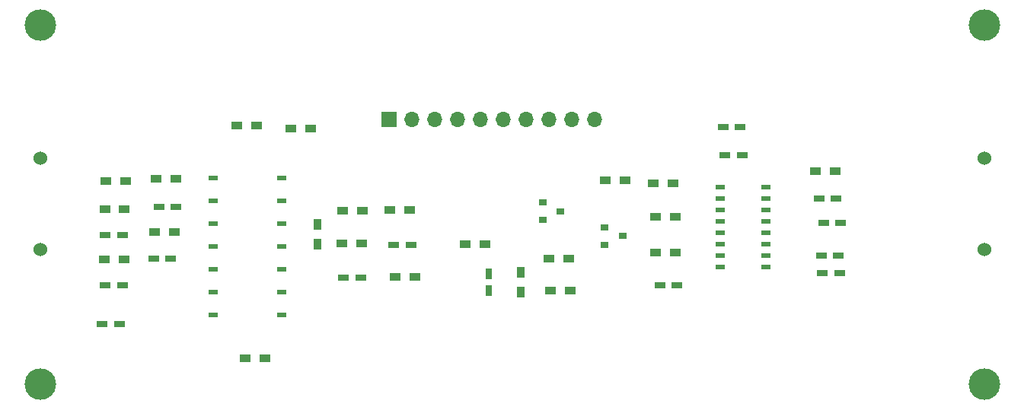
<source format=gbr>
G04 #@! TF.FileFunction,Soldermask,Top*
%FSLAX46Y46*%
G04 Gerber Fmt 4.6, Leading zero omitted, Abs format (unit mm)*
G04 Created by KiCad (PCBNEW 4.0.7) date Sunday, December 31, 2017 'PMt' 04:52:57 PM*
%MOMM*%
%LPD*%
G01*
G04 APERTURE LIST*
%ADD10C,0.100000*%
%ADD11R,1.100000X0.500000*%
%ADD12R,1.200000X0.750000*%
%ADD13R,0.750000X1.200000*%
%ADD14R,1.700000X1.700000*%
%ADD15O,1.700000X1.700000*%
%ADD16C,1.524000*%
%ADD17R,0.900000X0.800000*%
%ADD18R,1.200000X0.900000*%
%ADD19R,0.900000X1.200000*%
%ADD20C,3.500000*%
G04 APERTURE END LIST*
D10*
D11*
X155712160Y-121937780D03*
X155712160Y-120667780D03*
X155712160Y-119397780D03*
X155712160Y-118127780D03*
X155712160Y-116857780D03*
X155712160Y-115587780D03*
X155712160Y-114317780D03*
X155712160Y-113047780D03*
X150632160Y-113047780D03*
X150632160Y-114317780D03*
X150632160Y-115587780D03*
X150632160Y-116857780D03*
X150632160Y-118127780D03*
X150632160Y-119397780D03*
X150632160Y-120667780D03*
X150632160Y-121937780D03*
X94213680Y-112016540D03*
X94213680Y-114556540D03*
X94213680Y-117096540D03*
X94213680Y-119636540D03*
X94213680Y-122176540D03*
X94213680Y-124716540D03*
X94213680Y-127256540D03*
X101833680Y-127256540D03*
X101833680Y-124716540D03*
X101833680Y-122176540D03*
X101833680Y-119636540D03*
X101833680Y-117096540D03*
X101833680Y-114556540D03*
X101833680Y-112016540D03*
D12*
X88231940Y-115272820D03*
X90131940Y-115272820D03*
D13*
X124924820Y-124559060D03*
X124924820Y-122659060D03*
D12*
X83820000Y-128270000D03*
X81920000Y-128270000D03*
X143929020Y-123916440D03*
X145829020Y-123916440D03*
X162011280Y-122618500D03*
X163911280Y-122618500D03*
X82234960Y-118381780D03*
X84134960Y-118381780D03*
X82234960Y-123926600D03*
X84134960Y-123926600D03*
X87642620Y-120970040D03*
X89542620Y-120970040D03*
X108742400Y-123088400D03*
X110642400Y-123088400D03*
X114322820Y-119425720D03*
X116222820Y-119425720D03*
X162143360Y-116984780D03*
X164043360Y-116984780D03*
X161622660Y-114289840D03*
X163522660Y-114289840D03*
X161858880Y-120652540D03*
X163758880Y-120652540D03*
X150972520Y-106301540D03*
X152872520Y-106301540D03*
X151160400Y-109461300D03*
X153060400Y-109461300D03*
D14*
X113760000Y-105500000D03*
D15*
X116300000Y-105500000D03*
X118840000Y-105500000D03*
X121380000Y-105500000D03*
X123920000Y-105500000D03*
X126460000Y-105500000D03*
X129000000Y-105500000D03*
X131540000Y-105500000D03*
X134080000Y-105500000D03*
X136620000Y-105500000D03*
D16*
X75000000Y-120000000D03*
X75000000Y-109840000D03*
X180000000Y-120000000D03*
X180000000Y-109840000D03*
D17*
X137766040Y-117525760D03*
X137766040Y-119425760D03*
X139766040Y-118475760D03*
X130867400Y-114757160D03*
X130867400Y-116657160D03*
X132867400Y-115707160D03*
D18*
X84378800Y-115455700D03*
X82178800Y-115455700D03*
X133957060Y-124503180D03*
X131757060Y-124503180D03*
D19*
X128450340Y-124706560D03*
X128450340Y-122506560D03*
D18*
X87921740Y-112100360D03*
X90121740Y-112100360D03*
X137875920Y-112257840D03*
X140075920Y-112257840D03*
X82270160Y-112341660D03*
X84470160Y-112341660D03*
X143471540Y-116298980D03*
X145671540Y-116298980D03*
X87703300Y-118013480D03*
X89903300Y-118013480D03*
X143174540Y-112567720D03*
X145374540Y-112567720D03*
X82176620Y-121071640D03*
X84376620Y-121071640D03*
X99990000Y-132080000D03*
X97790000Y-132080000D03*
X161221060Y-111292640D03*
X163421060Y-111292640D03*
X114459660Y-122981720D03*
X116659660Y-122981720D03*
X105092500Y-106550460D03*
X102892500Y-106550460D03*
X143471540Y-120340120D03*
X145671540Y-120340120D03*
X113867840Y-115531900D03*
X116067840Y-115531900D03*
X108546540Y-119326660D03*
X110746540Y-119326660D03*
D19*
X105857040Y-119339360D03*
X105857040Y-117139360D03*
D18*
X108604960Y-115694460D03*
X110804960Y-115694460D03*
X96855100Y-106172000D03*
X99055100Y-106172000D03*
X124460000Y-119380000D03*
X122260000Y-119380000D03*
X131579260Y-121008140D03*
X133779260Y-121008140D03*
D20*
X75000000Y-95000000D03*
X75000000Y-135000000D03*
X180000000Y-135000000D03*
X180000000Y-95000000D03*
M02*

</source>
